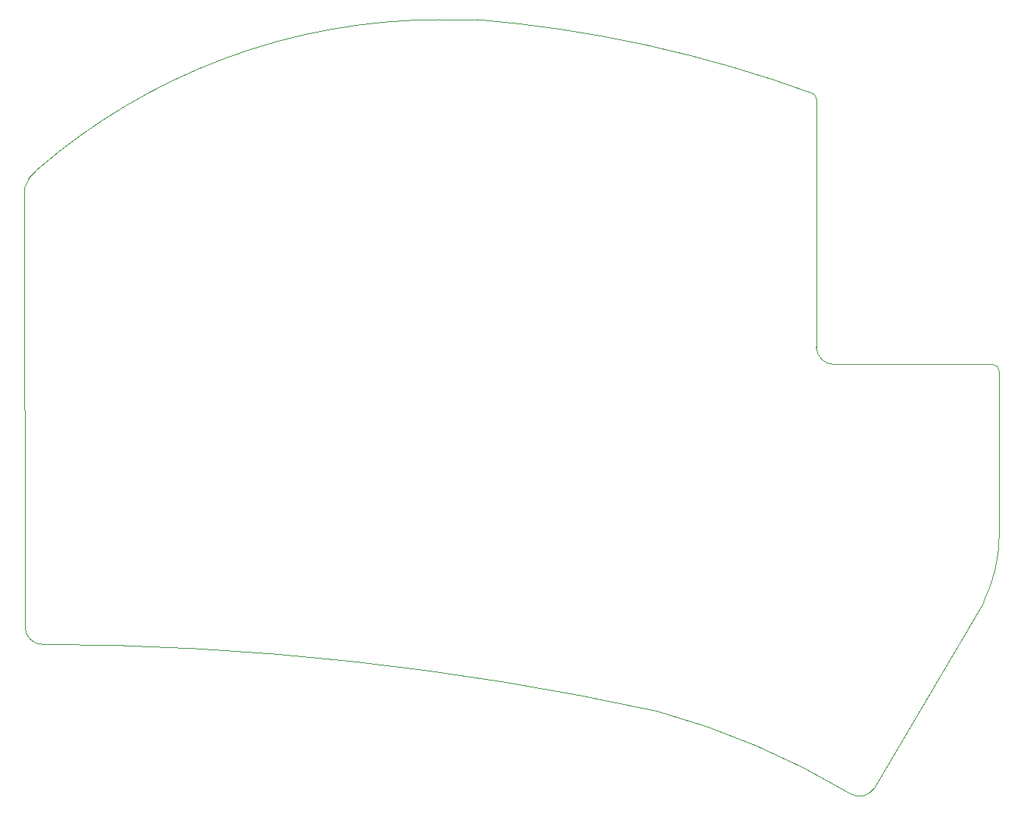
<source format=gbr>
%TF.GenerationSoftware,KiCad,Pcbnew,8.0.4*%
%TF.CreationDate,2024-08-21T07:41:27-07:00*%
%TF.ProjectId,swoon,73776f6f-6e2e-46b6-9963-61645f706362,rev?*%
%TF.SameCoordinates,Original*%
%TF.FileFunction,Profile,NP*%
%FSLAX46Y46*%
G04 Gerber Fmt 4.6, Leading zero omitted, Abs format (unit mm)*
G04 Created by KiCad (PCBNEW 8.0.4) date 2024-08-21 07:41:27*
%MOMM*%
%LPD*%
G01*
G04 APERTURE LIST*
%TA.AperFunction,Profile*%
%ADD10C,0.050000*%
%TD*%
G04 APERTURE END LIST*
D10*
X200504304Y-86239736D02*
G75*
G02*
X201254264Y-86989736I-4J-749964D01*
G01*
X92309055Y-66449702D02*
X92349254Y-115718024D01*
X180406290Y-55929889D02*
G75*
G02*
X180841035Y-56610419I-315390J-680611D01*
G01*
X163028134Y-125034946D02*
G75*
G02*
X184557000Y-134221000I-22787134J-83226054D01*
G01*
X92309055Y-66449702D02*
G75*
G02*
X93736000Y-64436000I3871945J-1231298D01*
G01*
X182839000Y-86244264D02*
G75*
G02*
X180804053Y-84313344I-35000J2000864D01*
G01*
X142910777Y-47673679D02*
G75*
G02*
X180406295Y-55929875I-11947277J-143529621D01*
G01*
X187289000Y-133622265D02*
G75*
G02*
X184557000Y-134221000I-1662000J1051265D01*
G01*
X94387000Y-117554119D02*
G75*
G02*
X163028136Y-125034939I-578000J-323956281D01*
G01*
X94387000Y-117554119D02*
G75*
G02*
X92349192Y-115718029I-59800J1982519D01*
G01*
X201254304Y-86989736D02*
X201254000Y-91957000D01*
X180803999Y-84313346D02*
X180841045Y-56610419D01*
X182839000Y-86244264D02*
X200504304Y-86239736D01*
X93736000Y-64436000D02*
G75*
G02*
X138709389Y-47679139I44973390J-51973140D01*
G01*
X199507304Y-112785000D02*
X187289000Y-133622265D01*
X201254000Y-105460850D02*
G75*
G02*
X199507298Y-112784997I-16773800J129950D01*
G01*
X142910777Y-47673679D02*
X138709389Y-47679139D01*
X201254000Y-91957000D02*
X201266000Y-99323000D01*
X201266000Y-99323000D02*
X201254000Y-105460850D01*
M02*

</source>
